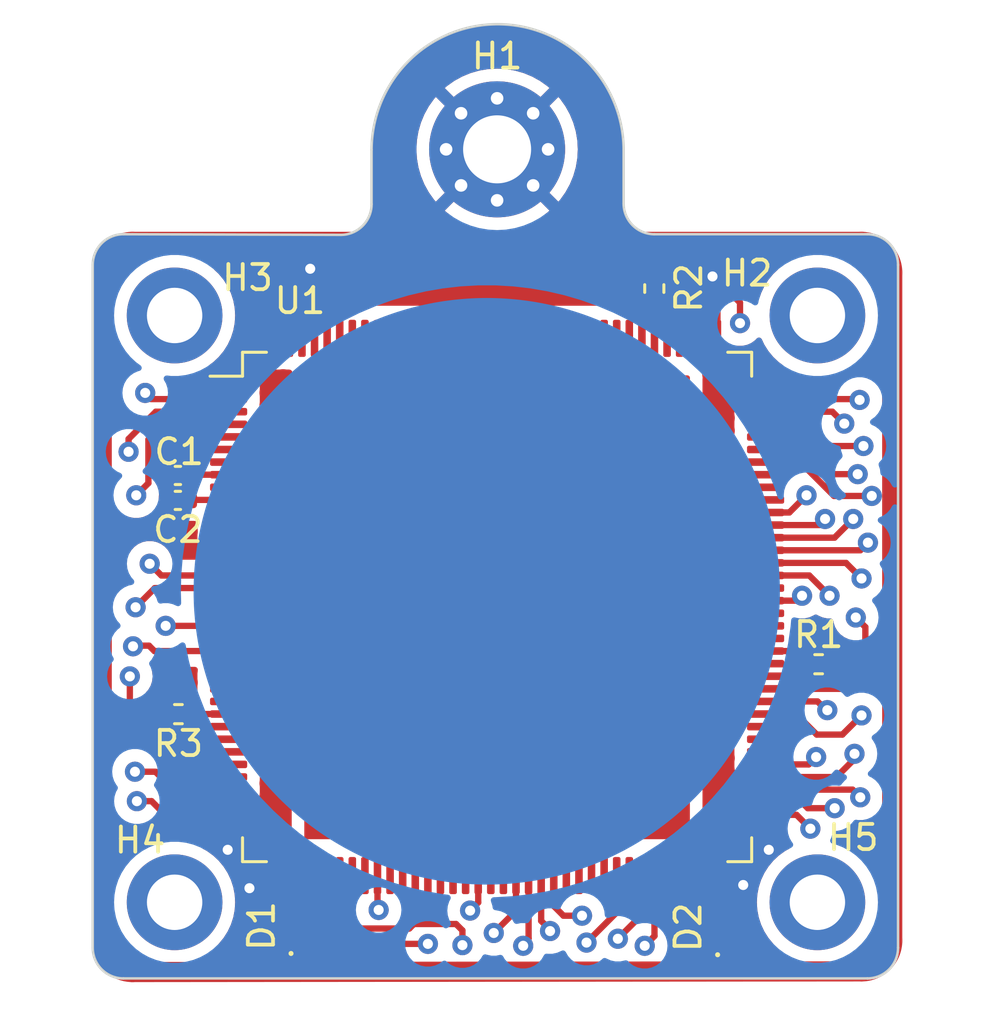
<source format=kicad_pcb>
(kicad_pcb (version 20221018) (generator pcbnew)
  (layers (0 "F.Cu" signal) (31 "B.Cu" signal) (34 "B.Paste" user) (35 "F.Paste" user) (36 "B.SilkS" user "B.Silkscreen") (37 "F.SilkS" user "F.Silkscreen") (38 "B.Mask" user) (39 "F.Mask" user) (44 "Edge.Cuts" user))
  (net 0 "")
  (net 1 "GND")
  (net 3 "unconnected-(U1-PD31-Pad2)")
  (net 4 "unconnected-(U1-VDDOUT-Pad3)")
  (net 5 "unconnected-(U1-PE0-Pad4)")
  (net 15 "unconnected-(U1-PC29-Pad16)")
  (net 16 "unconnected-(U1-PC12-Pad17)")
  (net 19 "unconnected-(U1-PB1-Pad20)")
  (net 21 "unconnected-(U1-PA20-Pad22)")
  (net 27 "Net-(U1-VDDCORE-Pad107)")
  (net 28 "Net-(U1-VDDIO-Pad30)")
  (net 32 "unconnected-(U1-PA7-Pad35)")
  (net 33 "unconnected-(U1-PA8-Pad36)")
  (net 36 "unconnected-(U1-PC3-Pad40)")
  (net 37 "unconnected-(U1-PC4-Pad41)")
  (net 39 "Net-(U1-GND-Pad115)")
  (net 40 "unconnected-(U1-PA16-Pad45)")
  (net 47 "unconnected-(U1-PD26-Pad53)")
  (net 50 "unconnected-(U1-PA24-Pad56)")
  (net 51 "unconnected-(U1-PD23-Pad57)")
  (net 52 "unconnected-(U1-PC5-Pad58)")
  (net 53 "unconnected-(U1-PA25-Pad59)")
  (net 58 "unconnected-(U1-PD20-Pad65)")
  (net 59 "unconnected-(U1-PA10-Pad66)")
  (net 60 "unconnected-(U1-PD19-Pad67)")
  (net 65 "unconnected-(U1-PD17-Pad74)")
  (net 66 "unconnected-(U1-PA9-Pad75)")
  (net 67 "unconnected-(U1-PC28-Pad76)")
  (net 68 "unconnected-(U1-PA4-Pad77)")
  (net 69 "unconnected-(U1-PD16-Pad78)")
  (net 71 "unconnected-(U1-PC8-Pad82)")
  (net 72 "unconnected-(U1-NRST-Pad83)")
  (net 73 "unconnected-(U1-PD14-Pad84)")
  (net 79 "unconnected-(U1-PA3-Pad91)")
  (net 81 "unconnected-(U1-PA2-Pad93)")
  (net 82 "unconnected-(U1-PC11-Pad94)")
  (net 83 "unconnected-(U1-PC14-Pad97)")
  (net 84 "unconnected-(U1-PD11-Pad98)")
  (net 89 "unconnected-(U1-PC17-Pad103)")
  (net 90 "unconnected-(U1-JTAGSEL-Pad104)")
  (net 91 "unconnected-(U1-PB4-Pad105)")
  (net 92 "unconnected-(U1-PD15-Pad106)")
  (net 94 "unconnected-(U1-PB5-Pad109)")
  (net 126 "8")
  (net 127 "10")
  (net 128 "38")
  (net 129 "71")
  (net 130 "87")
  (net 131 "114")
  (net 132 "27")
  (footprint "MountingHole:MountingHole_2.2mm_M2_DIN965_Pad" (layer "F.Cu") (at 68.2498 56.134)
    (fp_text reference "H5" (at 1.4224 -2.5654) (layer "F.SilkS"))
    (fp_text value "MountingHole_Pad")
    (pad "1" thru_hole circle (at 0 0) (size 3.8 3.8) (drill 2.2) (layers "*.Cu" "*.Mask"))
  )
  (footprint "Diode_SMD:D_0402_1005Metric" (layer "F.Cu") (at 64.2874 57.127 90)
    (fp_text reference "D2" (at 0 -1.17 90) (layer "F.SilkS"))
    (fp_text value "D")
    (fp_circle (center -1.09 0) (end -1.04 0) (stroke (width 0.1)) (fill none) (layer "F.SilkS"))
    (pad "1" smd roundrect (at -0.485 0 90) (size 0.59 0.64) (layers "F.Cu" "F.Paste" "F.Mask") (net 1 "GND"))
    (pad "2" smd roundrect (at 0.485 0 90) (size 0.59 0.64) (layers "F.Cu" "F.Paste" "F.Mask") (net 129 "71"))
  )
  (footprint "MountingHole:MountingHole_2.7mm_Pad_Via" (layer "F.Cu") (at 55.5299 26.247691)
    (fp_text reference "H1" (at 0 -3.7) (layer "F.SilkS"))
    (fp_text value "MountingHole_Pad")
    (pad "1" thru_hole circle (at -2.025 0) (size 0.8 0.8) (drill 0.5) (layers "*.Cu" "*.Mask") (net 1 "GND"))
    (pad "1" thru_hole circle (at -1.431891 -1.431891) (size 0.8 0.8) (drill 0.5) (layers "*.Cu" "*.Mask") (net 1 "GND"))
    (pad "1" thru_hole circle (at -1.431891 1.431891) (size 0.8 0.8) (drill 0.5) (layers "*.Cu" "*.Mask") (net 1 "GND"))
    (pad "1" thru_hole circle (at 0 -2.025) (size 0.8 0.8) (drill 0.5) (layers "*.Cu" "*.Mask") (net 1 "GND"))
    (pad "1" thru_hole circle (at 0 0) (size 5.4 5.4) (drill 2.7) (layers "*.Cu" "*.Mask") (net 1 "GND"))
    (pad "1" thru_hole circle (at 0 2.025) (size 0.8 0.8) (drill 0.5) (layers "*.Cu" "*.Mask") (net 1 "GND"))
    (pad "1" thru_hole circle (at 1.431891 -1.431891) (size 0.8 0.8) (drill 0.5) (layers "*.Cu" "*.Mask") (net 1 "GND"))
    (pad "1" thru_hole circle (at 1.431891 1.431891) (size 0.8 0.8) (drill 0.5) (layers "*.Cu" "*.Mask") (net 1 "GND"))
    (pad "1" thru_hole circle (at 2.025 0) (size 0.8 0.8) (drill 0.5) (layers "*.Cu" "*.Mask") (net 1 "GND"))
  )
  (footprint "Resistor_SMD:R_0402_1005Metric" (layer "F.Cu") (at 61.7728 31.7734 90)
    (fp_text reference "R2" (at 0.0234 1.3716 90) (layer "F.SilkS"))
    (fp_text value "R")
    (fp_line (start -0.153641 -0.38) (end 0.153641 -0.38) (stroke (width 0.12)) (layer "F.SilkS"))
    (fp_line (start -0.153641 0.38) (end 0.153641 0.38) (stroke (width 0.12)) (layer "F.SilkS"))
    (pad "1" smd roundrect (at -0.51 0 90) (size 0.54 0.64) (layers "F.Cu" "F.Paste" "F.Mask") (net 131 "114"))
    (pad "2" smd roundrect (at 0.51 0 90) (size 0.54 0.64) (layers "F.Cu" "F.Paste" "F.Mask") (net 1 "GND"))
  )
  (footprint "Capacitor_SMD:C_0402_1005Metric" (layer "F.Cu") (at 42.8524 39.1922 180)
    (fp_text reference "C1" (at -0.0482 0.9398) (layer "F.SilkS"))
    (fp_text value "C")
    (fp_line (start -0.107836 -0.36) (end 0.107836 -0.36) (stroke (width 0.12)) (layer "F.SilkS"))
    (fp_line (start -0.107836 0.36) (end 0.107836 0.36) (stroke (width 0.12)) (layer "F.SilkS"))
    (pad "1" smd roundrect (at -0.48 0 180) (size 0.56 0.62) (layers "F.Cu" "F.Paste" "F.Mask") (net 126 "8"))
    (pad "2" smd roundrect (at 0.48 0 180) (size 0.56 0.62) (layers "F.Cu" "F.Paste" "F.Mask") (net 1 "GND"))
  )
  (footprint "Diode_SMD:D_0402_1005Metric" (layer "F.Cu") (at 47.3456 57.0762 90)
    (fp_text reference "D1" (at 0 -1.17 90) (layer "F.SilkS"))
    (fp_text value "D")
    (fp_circle (center -1.09 0) (end -1.04 0) (stroke (width 0.1)) (fill none) (layer "F.SilkS"))
    (pad "1" smd roundrect (at -0.485 0 90) (size 0.59 0.64) (layers "F.Cu" "F.Paste" "F.Mask") (net 1 "GND"))
    (pad "2" smd roundrect (at 0.485 0 90) (size 0.59 0.64) (layers "F.Cu" "F.Paste" "F.Mask") (net 128 "38"))
  )
  (footprint "inventrix_merch_Library:inventrix_logo_small_2" (layer "F.Cu") (at 55.7204 44.4122)
    (fp_text reference "G***" hide)
    (fp_text value "LOGO" hide)
    (fp_rect (start -7.747 -9.0932) (end 7.366 9.1186) (stroke (width 0.2)) (fill solid) (layer "F.Cu"))
  )
  (footprint "Resistor_SMD:R_0402_1005Metric" (layer "F.Cu") (at 68.2986 46.6852)
    (fp_text reference "R1" (at 0 -1.17) (layer "F.SilkS"))
    (fp_text value "R")
    (fp_line (start -0.153641 -0.38) (end 0.153641 -0.38) (stroke (width 0.12)) (layer "F.SilkS"))
    (fp_line (start -0.153641 0.38) (end 0.153641 0.38) (stroke (width 0.12)) (layer "F.SilkS"))
    (pad "1" smd roundrect (at -0.51 0) (size 0.54 0.64) (layers "F.Cu" "F.Paste" "F.Mask") (net 130 "87"))
    (pad "2" smd roundrect (at 0.51 0) (size 0.54 0.64) (layers "F.Cu" "F.Paste" "F.Mask") (net 1 "GND"))
  )
  (footprint "Capacitor_SMD:C_0402_1005Metric" (layer "F.Cu") (at 42.8524 40.1828 180)
    (fp_text reference "C2" (at 0 -1.16) (layer "F.SilkS"))
    (fp_text value "C")
    (fp_line (start -0.107836 -0.36) (end 0.107836 -0.36) (stroke (width 0.12)) (layer "F.SilkS"))
    (fp_line (start -0.107836 0.36) (end 0.107836 0.36) (stroke (width 0.12)) (layer "F.SilkS"))
    (pad "1" smd roundrect (at -0.48 0 180) (size 0.56 0.62) (layers "F.Cu" "F.Paste" "F.Mask") (net 127 "10"))
    (pad "2" smd roundrect (at 0.48 0 180) (size 0.56 0.62) (layers "F.Cu" "F.Paste" "F.Mask") (net 1 "GND"))
  )
  (footprint "MountingHole:MountingHole_2.2mm_M2_DIN965_Pad" (layer "F.Cu") (at 42.7228 56.134)
    (fp_text reference "H4" (at -1.3716 -2.4638) (layer "F.SilkS"))
    (fp_text value "MountingHole_Pad")
    (pad "1" thru_hole circle (at 0 0) (size 3.8 3.8) (drill 2.2) (layers "*.Cu" "*.Mask"))
  )
  (footprint "Resistor_SMD:R_0402_1005Metric" (layer "F.Cu") (at 42.8732 48.6664 180)
    (fp_text reference "R3" (at 0 -1.17 180) (layer "F.SilkS"))
    (fp_text value "R")
    (fp_line (start -0.153641 -0.38) (end 0.153641 -0.38) (stroke (width 0.12)) (layer "F.SilkS"))
    (fp_line (start -0.153641 0.38) (end 0.153641 0.38) (stroke (width 0.12)) (layer "F.SilkS"))
    (pad "1" smd roundrect (at -0.51 0 180) (size 0.54 0.64) (layers "F.Cu" "F.Paste" "F.Mask") (net 132 "27"))
    (pad "2" smd roundrect (at 0.51 0 180) (size 0.54 0.64) (layers "F.Cu" "F.Paste" "F.Mask") (net 1 "GND"))
  )
  (footprint "Package_QFP:LQFP-144_20x20mm_P0.5mm" (layer "F.Cu") (at 55.5299 44.4122)
    (fp_text reference "U1" (at -7.8287 -12.1542) (layer "F.SilkS"))
    (fp_text value "ATSAME70Q21A-AN")
    (fp_line (start -10.11 -10.11) (end -10.11 -9.16) (stroke (width 0.12)) (layer "F.SilkS"))
    (fp_line (start -10.11 -9.16) (end -11.4 -9.16) (stroke (width 0.12)) (layer "F.SilkS"))
    (fp_line (start -10.11 10.11) (end -10.11 9.16) (stroke (width 0.12)) (layer "F.SilkS"))
    (fp_line (start -9.16 -10.11) (end -10.11 -10.11) (stroke (width 0.12)) (layer "F.SilkS"))
    (fp_line (start -9.16 10.11) (end -10.11 10.11) (stroke (width 0.12)) (layer "F.SilkS"))
    (fp_line (start 9.16 -10.11) (end 10.11 -10.11) (stroke (width 0.12)) (layer "F.SilkS"))
    (fp_line (start 9.16 10.11) (end 10.11 10.11) (stroke (width 0.12)) (layer "F.SilkS"))
    (fp_line (start 10.11 -10.11) (end 10.11 -9.16) (stroke (width 0.12)) (layer "F.SilkS"))
    (fp_line (start 10.11 10.11) (end 10.11 9.16) (stroke (width 0.12)) (layer "F.SilkS"))
    (pad "1" smd roundrect (at -10.6625 -8.75) (size 1.475 0.3) (layers "F.Cu" "F.Paste" "F.Mask"))
    (pad "2" smd roundrect (at -10.6625 -8.25) (size 1.475 0.3) (layers "F.Cu" "F.Paste" "F.Mask") (net 3 "unconnected-(U1-PD31-Pad2)"))
    (pad "3" smd roundrect (at -10.6625 -7.75) (size 1.475 0.3) (layers "F.Cu" "F.Paste" "F.Mask") (net 4 "unconnected-(U1-VDDOUT-Pad3)"))
    (pad "4" smd roundrect (at -10.6625 -7.25) (size 1.475 0.3) (layers "F.Cu" "F.Paste" "F.Mask") (net 5 "unconnected-(U1-PE0-Pad4)"))
    (pad "5" smd roundrect (at -10.6625 -6.75) (size 1.475 0.3) (layers "F.Cu" "F.Paste" "F.Mask"))
    (pad "6" smd roundrect (at -10.6625 -6.25) (size 1.475 0.3) (layers "F.Cu" "F.Paste" "F.Mask"))
    (pad "7" smd roundrect (at -10.6625 -5.75) (size 1.475 0.3) (layers "F.Cu" "F.Paste" "F.Mask"))
    (pad "8" smd roundrect (at -10.6625 -5.25) (size 1.475 0.3) (layers "F.Cu" "F.Paste" "F.Mask") (net 126 "8"))
    (pad "9" smd roundrect (at -10.6625 -4.75) (size 1.475 0.3) (layers "F.Cu" "F.Paste" "F.Mask"))
    (pad "10" smd roundrect (at -10.6625 -4.25) (size 1.475 0.3) (layers "F.Cu" "F.Paste" "F.Mask") (net 127 "10"))
    (pad "11" smd roundrect (at -10.6625 -3.75) (size 1.475 0.3) (layers "F.Cu" "F.Paste" "F.Mask"))
    (pad "12" smd roundrect (at -10.6625 -3.25) (size 1.475 0.3) (layers "F.Cu" "F.Paste" "F.Mask"))
    (pad "13" smd roundrect (at -10.6625 -2.75) (size 1.475 0.3) (layers "F.Cu" "F.Paste" "F.Mask"))
    (pad "14" smd roundrect (at -10.6625 -2.25) (size 1.475 0.3) (layers "F.Cu" "F.Paste" "F.Mask"))
    (pad "15" smd roundrect (at -10.6625 -1.75) (size 1.475 0.3) (layers "F.Cu" "F.Paste" "F.Mask"))
    (pad "16" smd roundrect (at -10.6625 -1.25) (size 1.475 0.3) (layers "F.Cu" "F.Paste" "F.Mask") (net 15 "unconnected-(U1-PC29-Pad16)"))
    (pad "17" smd roundrect (at -10.6625 -0.75) (size 1.475 0.3) (layers "F.Cu" "F.Paste" "F.Mask") (net 16 "unconnected-(U1-PC12-Pad17)"))
    (pad "18" smd roundrect (at -10.6625 -0.25) (size 1.475 0.3) (layers "F.Cu" "F.Paste" "F.Mask"))
    (pad "19" smd roundrect (at -10.6625 0.25) (size 1.475 0.3) (layers "F.Cu" "F.Paste" "F.Mask"))
    (pad "20" smd roundrect (at -10.6625 0.75) (size 1.475 0.3) (layers "F.Cu" "F.Paste" "F.Mask") (net 19 "unconnected-(U1-PB1-Pad20)"))
    (pad "21" smd roundrect (at -10.6625 1.25) (size 1.475 0.3) (layers "F.Cu" "F.Paste" "F.Mask"))
    (pad "22" smd roundrect (at -10.6625 1.75) (size 1.475 0.3) (layers "F.Cu" "F.Paste" "F.Mask") (net 21 "unconnected-(U1-PA20-Pad22)"))
    (pad "23" smd roundrect (at -10.6625 2.25) (size 1.475 0.3) (layers "F.Cu" "F.Paste" "F.Mask"))
    (pad "24" smd roundrect (at -10.6625 2.75) (size 1.475 0.3) (layers "F.Cu" "F.Paste" "F.Mask"))
    (pad "25" smd roundrect (at -10.6625 3.25) (size 1.475 0.3) (layers "F.Cu" "F.Paste" "F.Mask"))
    (pad "26" smd roundrect (at -10.6625 3.75) (size 1.475 0.3) (layers "F.Cu" "F.Paste" "F.Mask"))
    (pad "27" smd roundrect (at -10.6625 4.25) (size 1.475 0.3) (layers "F.Cu" "F.Paste" "F.Mask") (net 132 "27"))
    (pad "28" smd roundrect (at -10.6625 4.75) (size 1.475 0.3) (layers "F.Cu" "F.Paste" "F.Mask"))
    (pad "29" smd roundrect (at -10.6625 5.25) (size 1.475 0.3) (layers "F.Cu" "F.Paste" "F.Mask") (net 27 "Net-(U1-VDDCORE-Pad107)"))
    (pad "30" smd roundrect (at -10.6625 5.75) (size 1.475 0.3) (layers "F.Cu" "F.Paste" "F.Mask") (net 28 "Net-(U1-VDDIO-Pad30)"))
    (pad "31" smd roundrect (at -10.6625 6.25) (size 1.475 0.3) (layers "F.Cu" "F.Paste" "F.Mask"))
    (pad "32" smd roundrect (at -10.6625 6.75) (size 1.475 0.3) (layers "F.Cu" "F.Paste" "F.Mask"))
    (pad "33" smd roundrect (at -10.6625 7.25) (size 1.475 0.3) (layers "F.Cu" "F.Paste" "F.Mask") (net 27 "Net-(U1-VDDCORE-Pad107)"))
    (pad "34" smd roundrect (at -10.6625 7.75) (size 1.475 0.3) (layers "F.Cu" "F.Paste" "F.Mask"))
    (pad "35" smd roundrect (at -10.6625 8.25) (size 1.475 0.3) (layers "F.Cu" "F.Paste" "F.Mask") (net 32 "unconnected-(U1-PA7-Pad35)"))
    (pad "36" smd roundrect (at -10.6625 8.75) (size 1.475 0.3) (layers "F.Cu" "F.Paste" "F.Mask") (net 33 "unconnected-(U1-PA8-Pad36)"))
    (pad "37" smd roundrect (at -8.75 10.6625) (size 0.3 1.475) (layers "F.Cu" "F.Paste" "F.Mask"))
    (pad "38" smd roundrect (at -8.25 10.6625) (size 0.3 1.475) (layers "F.Cu" "F.Paste" "F.Mask") (net 128 "38"))
    (pad "39" smd roundrect (at -7.75 10.6625) (size 0.3 1.475) (layers "F.Cu" "F.Paste" "F.Mask"))
    (pad "40" smd roundrect (at -7.25 10.6625) (size 0.3 1.475) (layers "F.Cu" "F.Paste" "F.Mask") (net 36 "unconnected-(U1-PC3-Pad40)"))
    (pad "41" smd roundrect (at -6.75 10.6625) (size 0.3 1.475) (layers "F.Cu" "F.Paste" "F.Mask") (net 37 "unconnected-(U1-PC4-Pad41)"))
    (pad "42" smd roundrect (at -6.25 10.6625) (size 0.3 1.475) (layers "F.Cu" "F.Paste" "F.Mask"))
    (pad "43" smd roundrect (at -5.75 10.6625) (size 0.3 1.475) (layers "F.Cu" "F.Paste" "F.Mask") (net 28 "Net-(U1-VDDIO-Pad30)"))
    (pad "44" smd roundrect (at -5.25 10.6625) (size 0.3 1.475) (layers "F.Cu" "F.Paste" "F.Mask") (net 39 "Net-(U1-GND-Pad115)"))
    (pad "45" smd roundrect (at -4.75 10.6625) (size 0.3 1.475) (layers "F.Cu" "F.Paste" "F.Mask") (net 40 "unconnected-(U1-PA16-Pad45)"))
    (pad "46" smd roundrect (at -4.25 10.6625) (size 0.3 1.475) (layers "F.Cu" "F.Paste" "F.Mask"))
    (pad "47" smd roundrect (at -3.75 10.6625) (size 0.3 1.475) (layers "F.Cu" "F.Paste" "F.Mask"))
    (pad "48" smd roundrect (at -3.25 10.6625) (size 0.3 1.475) (layers "F.Cu" "F.Paste" "F.Mask"))
    (pad "49" smd roundrect (at -2.75 10.6625) (size 0.3 1.475) (layers "F.Cu" "F.Paste" "F.Mask"))
    (pad "50" smd roundrect (at -2.25 10.6625) (size 0.3 1.475) (layers "F.Cu" "F.Paste" "F.Mask") (net 27 "Net-(U1-VDDCORE-Pad107)"))
    (pad "51" smd roundrect (at -1.75 10.6625) (size 0.3 1.475) (layers "F.Cu" "F.Paste" "F.Mask"))
    (pad "52" smd roundrect (at -1.25 10.6625) (size 0.3 1.475) (layers "F.Cu" "F.Paste" "F.Mask"))
    (pad "53" smd roundrect (at -0.75 10.6625) (size 0.3 1.475) (layers "F.Cu" "F.Paste" "F.Mask") (net 47 "unconnected-(U1-PD26-Pad53)"))
    (pad "54" smd roundrect (at -0.25 10.6625) (size 0.3 1.475) (layers "F.Cu" "F.Paste" "F.Mask"))
    (pad "55" smd roundrect (at 0.25 10.6625) (size 0.3 1.475) (layers "F.Cu" "F.Paste" "F.Mask"))
    (pad "56" smd roundrect (at 0.75 10.6625) (size 0.3 1.475) (layers "F.Cu" "F.Paste" "F.Mask") (net 50 "unconnected-(U1-PA24-Pad56)"))
    (pad "57" smd roundrect (at 1.25 10.6625) (size 0.3 1.475) (layers "F.Cu" "F.Paste" "F.Mask") (net 51 "unconnected-(U1-PD23-Pad57)"))
    (pad "58" smd roundrect (at 1.75 10.6625) (size 0.3 1.475) (layers "F.Cu" "F.Paste" "F.Mask") (net 52 "unconnected-(U1-PC5-Pad58)"))
    (pad "59" smd roundrect (at 2.25 10.6625) (size 0.3 1.475) (layers "F.Cu" "F.Paste" "F.Mask") (net 53 "unconnected-(U1-PA25-Pad59)"))
    (pad "60" smd roundrect (at 2.75 10.6625) (size 0.3 1.475) (layers "F.Cu" "F.Paste" "F.Mask"))
    (pad "61" smd roundrect (at 3.25 10.6625) (size 0.3 1.475) (layers "F.Cu" "F.Paste" "F.Mask") (net 39 "Net-(U1-GND-Pad115)"))
    (pad "62" smd roundrect (at 3.75 10.6625) (size 0.3 1.475) (layers "F.Cu" "F.Paste" "F.Mask"))
    (pad "63" smd roundrect (at 4.25 10.6625) (size 0.3 1.475) (layers "F.Cu" "F.Paste" "F.Mask"))
    (pad "64" smd roundrect (at 4.75 10.6625) (size 0.3 1.475) (layers "F.Cu" "F.Paste" "F.Mask"))
    (pad "65" smd roundrect (at 5.25 10.6625) (size 0.3 1.475) (layers "F.Cu" "F.Paste" "F.Mask") (net 58 "unconnected-(U1-PD20-Pad65)"))
    (pad "66" smd roundrect (at 5.75 10.6625) (size 0.3 1.475) (layers "F.Cu" "F.Paste" "F.Mask") (net 59 "unconnected-(U1-PA10-Pad66)"))
    (pad "67" smd roundrect (at 6.25 10.6625) (size 0.3 1.475) (layers "F.Cu" "F.Paste" "F.Mask") (net 60 "unconnected-(U1-PD19-Pad67)"))
    (pad "68" smd roundrect (at 6.75 10.6625) (size 0.3 1.475) (layers "F.Cu" "F.Paste" "F.Mask"))
    (pad "69" smd roundrect (at 7.25 10.6625) (size 0.3 1.475) (layers "F.Cu" "F.Paste" "F.Mask"))
    (pad "70" smd roundrect (at 7.75 10.6625) (size 0.3 1.475) (layers "F.Cu" "F.Paste" "F.Mask"))
    (pad "71" smd roundrect (at 8.25 10.6625) (size 0.3 1.475) (layers "F.Cu" "F.Paste" "F.Mask") (net 129 "71"))
    (pad "72" smd roundrect (at 8.75 10.6625) (size 0.3 1.475) (layers "F.Cu" "F.Paste" "F.Mask") (net 28 "Net-(U1-VDDIO-Pad30)"))
    (pad "73" smd roundrect (at 10.6625 8.75) (size 1.475 0.3) (layers "F.Cu" "F.Paste" "F.Mask"))
    (pad "74" smd roundrect (at 10.6625 8.25) (size 1.475 0.3) (layers "F.Cu" "F.Paste" "F.Mask") (net 65 "unconnected-(U1-PD17-Pad74)"))
    (pad "75" smd roundrect (at 10.6625 7.75) (size 1.475 0.3) (layers "F.Cu" "F.Paste" "F.Mask") (net 66 "unconnected-(U1-PA9-Pad75)"))
    (pad "76" smd roundrect (at 10.6625 7.25) (size 1.475 0.3) (layers "F.Cu" "F.Paste" "F.Mask") (net 67 "unconnected-(U1-PC28-Pad76)"))
    (pad "77" smd roundrect (at 10.6625 6.75) (size 1.475 0.3) (layers "F.Cu" "F.Paste" "F.Mask") (net 68 "unconnected-(U1-PA4-Pad77)"))
    (pad "78" smd roundrect (at 10.6625 6.25) (size 1.475 0.3) (layers "F.Cu" "F.Paste" "F.Mask") (net 69 "unconnected-(U1-PD16-Pad78)"))
    (pad "79" smd roundrect (at 10.6625 5.75) (size 1.475 0.3) (layers "F.Cu" "F.Paste" "F.Mask"))
    (pad "80" smd roundrect (at 10.6625 5.25) (size 1.475 0.3) (layers "F.Cu" "F.Paste" "F.Mask") (net 28 "Net-(U1-VDDIO-Pad30)"))
    (pad "81" smd roundrect (at 10.6625 4.75) (size 1.475 0.3) (layers "F.Cu" "F.Paste" "F.Mask") (net 27 "Net-(U1-VDDCORE-Pad107)"))
    (pad "82" smd roundrect (at 10.6625 4.25) (size 1.475 0.3) (layers "F.Cu" "F.Paste" "F.Mask") (net 71 "unconnected-(U1-PC8-Pad82)"))
    (pad "83" smd roundrect (at 10.6625 3.75) (size 1.475 0.3) (layers "F.Cu" "F.Paste" "F.Mask") (net 72 "unconnected-(U1-NRST-Pad83)"))
    (pad "84" smd roundrect (at 10.6625 3.25) (size 1.475 0.3) (layers "F.Cu" "F.Paste" "F.Mask") (net 73 "unconnected-(U1-PD14-Pad84)"))
    (pad "85" smd roundrect (at 10.6625 2.75) (size 1.475 0.3) (layers "F.Cu" "F.Paste" "F.Mask"))
    (pad "86" smd roundrect (at 10.6625 2.25) (size 1.475 0.3) (layers "F.Cu" "F.Paste" "F.Mask"))
    (pad "87" smd roundrect (at 10.6625 1.75) (size 1.475 0.3) (layers "F.Cu" "F.Paste" "F.Mask") (net 130 "87"))
    (pad "88" smd roundrect (at 10.6625 1.25) (size 1.475 0.3) (layers "F.Cu" "F.Paste" "F.Mask"))
    (pad "89" smd roundrect (at 10.6625 0.75) (size 1.475 0.3) (layers "F.Cu" "F.Paste" "F.Mask"))
    (pad "90" smd roundrect (at 10.6625 0.25) (size 1.475 0.3) (layers "F.Cu" "F.Paste" "F.Mask"))
    (pad "91" smd roundrect (at 10.6625 -0.25) (size 1.475 0.3) (layers "F.Cu" "F.Paste" "F.Mask") (net 79 "unconnected-(U1-PA3-Pad91)"))
    (pad "92" smd roundrect (at 10.6625 -0.75) (size 1.475 0.3) (layers "F.Cu" "F.Paste" "F.Mask"))
    (pad "93" smd roundrect (at 10.6625 -1.25) (size 1.475 0.3) (layers "F.Cu" "F.Paste" "F.Mask") (net 81 "unconnected-(U1-PA2-Pad93)"))
    (pad "94" smd roundrect (at 10.6625 -1.75) (size 1.475 0.3) (layers "F.Cu" "F.Paste" "F.Mask") (net 82 "unconnected-(U1-PC11-Pad94)"))
    (pad "95" smd roundrect (at 10.6625 -2.25) (size 1.475 0.3) (layers "F.Cu" "F.Paste" "F.Mask") (net 39 "Net-(U1-GND-Pad115)"))
    (pad "96" smd roundrect (at 10.6625 -2.75) (size 1.475 0.3) (layers "F.Cu" "F.Paste" "F.Mask") (net 28 "Net-(U1-VDDIO-Pad30)"))
    (pad "97" smd roundrect (at 10.6625 -3.25) (size 1.475 0.3) (layers "F.Cu" "F.Paste" "F.Mask") (net 83 "unconnected-(U1-PC14-Pad97)"))
    (pad "98" smd roundrect (at 10.6625 -3.75) (size 1.475 0.3) (layers "F.Cu" "F.Paste" "F.Mask") (net 84 "unconnected-(U1-PD11-Pad98)"))
    (pad "99" smd roundrect (at 10.6625 -4.25) (size 1.475 0.3) (layers "F.Cu" "F.Paste" "F.Mask"))
    (pad "100" smd roundrect (at 10.6625 -4.75) (size 1.475 0.3) (layers "F.Cu" "F.Paste" "F.Mask"))
    (pad "101" smd roundrect (at 10.6625 -5.25) (size 1.475 0.3) (layers "F.Cu" "F.Paste" "F.Mask"))
    (pad "102" smd roundrect (at 10.6625 -5.75) (size 1.475 0.3) (layers "F.Cu" "F.Paste" "F.Mask"))
    (pad "103" smd roundrect (at 10.6625 -6.25) (size 1.475 0.3) (layers "F.Cu" "F.Paste" "F.Mask") (net 89 "unconnected-(U1-PC17-Pad103)"))
    (pad "104" smd roundrect (at 10.6625 -6.75) (size 1.475 0.3) (layers "F.Cu" "F.Paste" "F.Mask") (net 90 "unconnected-(U1-JTAGSEL-Pad104)"))
    (pad "105" smd roundrect (at 10.6625 -7.25) (size 1.475 0.3) (layers "F.Cu" "F.Paste" "F.Mask") (net 91 "unconnected-(U1-PB4-Pad105)"))
    (pad "106" smd roundrect (at 10.6625 -7.75) (size 1.475 0.3) (layers "F.Cu" "F.Paste" "F.Mask") (net 92 "unconnected-(U1-PD15-Pad106)"))
    (pad "107" smd roundrect (at 10.6625 -8.25) (size 1.475 0.3) (layers "F.Cu" "F.Paste" "F.Mask") (net 27 "Net-(U1-VDDCORE-Pad107)"))
    (pad "108" smd roundrect (at 10.6625 -8.75) (size 1.475 0.3) (layers "F.Cu" "F.Paste" "F.Mask"))
    (pad "109" smd roundrect (at 8.75 -10.6625) (size 0.3 1.475) (layers "F.Cu" "F.Paste" "F.Mask") (net 94 "unconnected-(U1-PB5-Pad109)"))
    (pad "110" smd roundrect (at 8.25 -10.6625) (size 0.3 1.475) (layers "F.Cu" "F.Paste" "F.Mask"))
    (pad "111" smd roundrect (at 7.75 -10.6625) (size 0.3 1.475) (layers "F.Cu" "F.Paste" "F.Mask"))
    (pad "112" smd roundrect (at 7.25 -10.6625) (size 0.3 1.475) (layers "F.Cu" "F.Paste" "F.Mask"))
    (pad "113" smd roundrect (at 6.75 -10.6625) (size 0.3 1.475) (layers "F.Cu" "F.Paste" "F.Mask"))
    (pad "114" smd roundrect (at 6.25 -10.6625) (size 0.3 1.475) (layers "F.Cu" "F.Paste" "F.Mask") (net 131 "114"))
    (pad "115" smd roundrect (at 5.75 -10.6625) (size 0.3 1.475) (layers "F.Cu" "F.Paste" "F.Mask") (net 39 "Net-(U1-GND-Pad115)"))
    (pad "116" smd roundrect (at 5.25 -10.6625) (size 0.3 1.475) (layers "F.Cu" "F.Paste" "F.Mask"))
    (pad "117" smd roundrect (at 4.75 -10.6625) (size 0.3 1.475) (layers "F.Cu" "F.Paste" "F.Mask"))
    (pad "118" smd roundrect (at 4.25 -10.6625) (size 0.3 1.475) (layers "F.Cu" "F.Paste" "F.Mask"))
    (pad "119" smd roundrect (at 3.75 -10.6625) (size 0.3 1.475) (layers "F.Cu" "F.Paste" "F.Mask"))
    (pad "120" smd roundrect (at 3.25 -10.6625) (size 0.3 1.475) (layers "F.Cu" "F.Paste" "F.Mask"))
    (pad "121" smd roundrect (at 2.75 -10.6625) (size 0.3 1.475) (layers "F.Cu" "F.Paste" "F.Mask"))
    (pad "122" smd roundrect (at 2.25 -10.6625) (size 0.3 1.475) (layers "F.Cu" "F.Paste" "F.Mask"))
    (pad "123" smd roundrect (at 1.75 -10.6625) (size 0.3 1.475) (layers "F.Cu" "F.Paste" "F.Mask"))
    (pad "124" smd roundrect (at 1.25 -10.6625) (size 0.3 1.475) (layers "F.Cu" "F.Paste" "F.Mask"))
    (pad "125" smd roundrect (at 0.75 -10.6625) (size 0.3 1.475) (layers "F.Cu" "F.Paste" "F.Mask"))
    (pad "126" smd roundrect (at 0.25 -10.6625) (size 0.3 1.475) (layers "F.Cu" "F.Paste" "F.Mask"))
    (pad "127" smd roundrect (at -0.25 -10.6625) (size 0.3 1.475) (layers "F.Cu" "F.Paste" "F.Mask"))
    (pad "128" smd roundrect (at -0.75 -10.6625) (size 0.3 1.475) (layers "F.Cu" "F.Paste" "F.Mask"))
    (pad "129" smd roundrect (at -1.25 -10.6625) (size 0.3 1.475) (layers "F.Cu" "F.Paste" "F.Mask"))
    (pad "130" smd roundrect (at -1.75 -10.6625) (size 0.3 1.475) (layers "F.Cu" "F.Paste" "F.Mask"))
    (pad "131" smd roundrect (at -2.25 -10.6625) (size 0.3 1.475) (layers "F.Cu" "F.Paste" "F.Mask"))
    (pad "132" smd roundrect (at -2.75 -10.6625) (size 0.3 1.475) (layers "F.Cu" "F.Paste" "F.Mask"))
    (pad "133" smd roundrect (at -3.25 -10.6625) (size 0.3 1.475) (layers "F.Cu" "F.Paste" "F.Mask"))
    (pad "134" smd roundrect (at -3.75 -10.6625) (size 0.3 1.475) (layers "F.Cu" "F.Paste" "F.Mask"))
    (pad "135" smd roundrect (at -4.25 -10.6625) (size 0.3 1.475) (layers "F.Cu" "F.Paste" "F.Mask") (net 39 "Net-(U1-GND-Pad115)"))
    (pad "136" smd roundrect (at -4.75 -10.6625) (size 0.3 1.475) (layers "F.Cu" "F.Paste" "F.Mask"))
    (pad "137" smd roundrect (at -5.25 -10.6625) (size 0.3 1.475) (layers "F.Cu" "F.Paste" "F.Mask"))
    (pad "138" smd roundrect (at -5.75 -10.6625) (size 0.3 1.475) (layers "F.Cu" "F.Paste" "F.Mask") (net 39 "Net-(U1-GND-Pad115)"))
    (pad "139" smd roundrect (at -6.25 -10.6625) (size 0.3 1.475) (layers "F.Cu" "F.Paste" "F.Mask"))
    (pad "140" smd roundrect (at -6.75 -10.6625) (size 0.3 1.475) (layers "F.Cu" "F.Paste" "F.Mask"))
    (pad "141" smd roundrect (at -7.25 -10.6625) (size 0.3 1.475) (layers "F.Cu" "F.Paste" "F.Mask"))
    (pad "142" smd roundrect (at -7.75 -10.6625) (size 0.3 1.475) (layers "F.Cu" "F.Paste" "F.Mask"))
    (pad "143" smd roundrect (at -8.25 -10.6625) (size 0.3 1.475) (layers "F.Cu" "F.Paste" "F.Mask"))
    (pad "144" smd roundrect (at -8.75 -10.6625) (size 0.3 1.475) (layers "F.Cu" "F.Paste" "F.Mask"))
  )
  (footprint "MountingHole:MountingHole_2.2mm_M2_DIN965_Pad" (layer "F.Cu") (at 68.2498 32.8422)
    (fp_text reference "H2" (at -2.794 -1.6764) (layer "F.SilkS"))
    (fp_text value "MountingHole_Pad")
    (pad "1" thru_hole circle (at 0 0) (size 3.8 3.8) (drill 2.2) (layers "*.Cu" "*.Mask"))
  )
  (footprint "MountingHole:MountingHole_2.2mm_M2_DIN965_Pad" (layer "F.Cu") (at 42.7228 32.8422)
    (fp_text reference "H3" (at 2.8956 -1.4986) (layer "F.SilkS"))
    (fp_text value "MountingHole_Pad")
    (pad "1" thru_hole circle (at 0 0) (size 3.8 3.8) (drill 2.2) (layers "*.Cu" "*.Mask"))
  )
  (footprint "inventrix_merch_Library:ITB_logo_copper_back" (layer "F.Cu") (at 55.118 43.7896)
    (fp_text reference "G***" hide)
    (fp_text value "LOGO" hide)
    (fp_circle (center 0 0) (end 11.541694 0) (stroke (width 0.2)) (fill solid) (layer "B.Cu"))
  )
  (gr_line (start 41.0464 58.9026) (end 70.0024 58.8772) (stroke (width 0.8)) (layer "F.Cu"))
  (gr_arc (start 39.8272 31.1404) (mid 40.184295 30.278295) (end 41.0464 29.9212) (stroke (width 0.8)) (layer "F.Cu"))
  (gr_line (start 39.8272 31.1404) (end 39.8272 57.6834) (stroke (width 0.8)) (layer "F.Cu"))
  (gr_line (start 71.2216 57.658) (end 71.2216 31.1404) (stroke (width 0.8)) (layer "F.Cu"))
  (gr_arc (start 41.0464 58.9026) (mid 40.184295 58.545505) (end 39.8272 57.6834) (stroke (width 0.8)) (layer "F.Cu"))
  (gr_arc (start 71.2216 57.658) (mid 70.864505 58.520105) (end 70.0024 58.8772) (stroke (width 0.8)) (layer "F.Cu"))
  (gr_rect (start 50.1142 31.0134) (end 60.6298 32.0548) (stroke (width 0.8)) (fill solid) (layer "F.Cu"))
  (gr_line (start 70.0024 29.9212) (end 41.0464 29.9212) (stroke (width 0.8)) (layer "F.Cu"))
  (gr_arc (start 70.0024 29.9212) (mid 70.864505 30.278295) (end 71.2216 31.1404) (stroke (width 0.8)) (layer "F.Cu"))
  (gr_line (start 39.4716 57.9374) (end 39.4716 30.8356) (stroke (width 0.1)) (layer "Edge.Cuts"))
  (gr_arc (start 39.4716 30.8356) (mid 39.828695 29.973495) (end 40.6908 29.6164) (stroke (width 0.1)) (layer "Edge.Cuts"))
  (gr_arc (start 40.6908 59.1566) (mid 39.828695 58.799505) (end 39.4716 57.9374) (stroke (width 0.1)) (layer "Edge.Cuts"))
  (gr_line (start 60.553857 26.2636) (end 60.5536 28.3972) (stroke (width 0.1)) (layer "Edge.Cuts"))
  (gr_line (start 50.546 28.4226) (end 50.545743 26.2636) (stroke (width 0.1)) (layer "Edge.Cuts"))
  (gr_arc (start 61.7728 29.6164) (mid 60.910695 29.259305) (end 60.5536 28.3972) (stroke (width 0.1)) (layer "Edge.Cuts"))
  (gr_line (start 71.45319 57.9374) (end 71.45319 30.8356) (stroke (width 0.1)) (layer "Edge.Cuts"))
  (gr_arc (start 70.23399 29.6164) (mid 71.096095 29.973495) (end 71.45319 30.8356) (stroke (width 0.1)) (layer "Edge.Cuts"))
  (gr_arc (start 50.546 28.4226) (mid 50.188905 29.284705) (end 49.3268 29.6418) (stroke (width 0.1)) (layer "Edge.Cuts"))
  (gr_arc (start 50.545743 26.2636) (mid 55.5498 21.259543) (end 60.553857 26.2636) (stroke (width 0.1)) (layer "Edge.Cuts"))
  (gr_line (start 49.3268 29.6418) (end 40.6908 29.6164) (stroke (width 0.1)) (layer "Edge.Cuts"))
  (gr_arc (start 71.45319 57.9374) (mid 71.096095 58.799505) (end 70.23399 59.1566) (stroke (width 0.1)) (layer "Edge.Cuts"))
  (gr_line (start 40.6908 59.1566) (end 70.23399 59.1566) (stroke (width 0.1)) (layer "Edge.Cuts"))
  (gr_line (start 61.7728 29.6164) (end 70.23399 29.6164) (stroke (width 0.1)) (layer "Edge.Cuts"))
  (via (at 45.6946 55.5752) (size 0.8) (drill 0.4) (layers "F.Cu" "B.Cu") (net 1))
  (via (at 64.0842 31.2928) (size 0.8) (drill 0.4) (layers "F.Cu" "B.Cu") (net 1))
  (via (at 66.3194 54.0512) (size 0.8) (drill 0.4) (layers "F.Cu" "B.Cu") (net 1))
  (via (at 65.3034 55.4482) (size 0.8) (drill 0.4) (layers "F.Cu" "B.Cu") (net 1))
  (via (at 48.1076 30.988) (size 0.8) (drill 0.4) (layers "F.Cu" "B.Cu") (net 1))
  (via (at 44.831 54.0512) (size 0.8) (drill 0.4) (layers "F.Cu" "B.Cu") (net 1))
  (segment (start 44.8674 36.1622) (end 41.801 36.1622) (width 0.25) (layer "F.Cu") (net 3))
  (segment (start 41.801 36.1622) (end 41.5544 35.9156) (width 0.25) (layer "F.Cu") (net 3))
  (via (at 41.5544 35.9156) (size 0.8) (drill 0.4) (layers "F.Cu" "B.Cu") (net 3))
  (segment (start 41.9762 36.6622) (end 40.894 37.7444) (width 0.25) (layer "F.Cu") (net 4))
  (segment (start 40.894 37.7444) (end 40.894 38.2524) (width 0.25) (layer "F.Cu") (net 4))
  (segment (start 40.894 38.2524) (end 40.894 38.1762) (width 0.25) (layer "F.Cu") (net 4))
  (segment (start 44.8674 36.6622) (end 41.9762 36.6622) (width 0.25) (layer "F.Cu") (net 4))
  (via (at 40.894 38.2524) (size 0.8) (drill 0.4) (layers "F.Cu" "B.Cu") (net 4))
  (segment (start 44.8674 37.1622) (end 42.289 37.1622) (width 0.25) (layer "F.Cu") (net 5))
  (segment (start 41.6814 39.497) (end 41.1988 39.9796) (width 0.25) (layer "F.Cu") (net 5))
  (segment (start 41.6814 37.7698) (end 41.6814 39.2176) (width 0.25) (layer "F.Cu") (net 5))
  (segment (start 41.6814 39.2176) (end 41.6814 39.497) (width 0.25) (layer "F.Cu") (net 5))
  (segment (start 42.289 37.1622) (end 41.6814 37.7698) (width 0.25) (layer "F.Cu") (net 5))
  (via (at 41.1988 39.9796) (size 0.8) (drill 0.4) (layers "F.Cu" "B.Cu") (net 5))
  (segment (start 42.197 43.1622) (end 41.7322 42.6974) (width 0.25) (layer "F.Cu") (net 15))
  (segment (start 44.8674 43.1622) (end 42.197 43.1622) (width 0.25) (layer "F.Cu") (net 15))
  (via (at 41.7322 42.6974) (size 0.8) (drill 0.4) (layers "F.Cu" "B.Cu") (net 15))
  (segment (start 41.9358 43.6622) (end 41.1734 44.4246) (width 0.25) (layer "F.Cu") (net 16))
  (segment (start 44.8674 43.6622) (end 41.9358 43.6622) (width 0.25) (layer "F.Cu") (net 16))
  (via (at 41.1734 44.4246) (size 0.8) (drill 0.4) (layers "F.Cu" "B.Cu") (net 16))
  (segment (start 42.3682 45.1622) (end 42.3672 45.1612) (width 0.25) (layer "F.Cu") (net 19))
  (segment (start 44.8674 45.1622) (end 42.3682 45.1622) (width 0.25) (layer "F.Cu") (net 19))
  (via (at 42.3672 45.1612) (size 0.8) (drill 0.4) (layers "F.Cu" "B.Cu") (net 19))
  (segment (start 41.9204 46.1622) (end 41.7068 45.9486) (width 0.25) (layer "F.Cu") (net 21))
  (segment (start 44.8674 46.1622) (end 41.9204 46.1622) (width 0.25) (layer "F.Cu") (net 21))
  (segment (start 41.0718 45.974) (end 41.0972 45.9486) (width 0.25) (layer "F.Cu") (net 21))
  (segment (start 41.0972 45.9486) (end 41.7068 45.9486) (width 0.25) (layer "F.Cu") (net 21))
  (via (at 41.0718 45.974) (size 0.8) (drill 0.4) (layers "F.Cu" "B.Cu") (net 21))
  (segment (start 40.9448 49.1998) (end 40.9448 47.1678) (width 0.25) (layer "F.Cu") (net 27))
  (segment (start 44.8674 51.6622) (end 43.4072 51.6622) (width 0.25) (layer "F.Cu") (net 27))
  (segment (start 43.4072 51.6622) (end 41.3766 49.6316) (width 0.25) (layer "F.Cu") (net 27))
  (segment (start 41.3766 49.6316) (end 40.9448 49.1998) (width 0.25) (layer "F.Cu") (net 27))
  (segment (start 69.8934 36.1622) (end 69.9262 36.195) (width 0.25) (layer "F.Cu") (net 27))
  (segment (start 66.1924 36.1622) (end 69.8934 36.1622) (width 0.25) (layer "F.Cu") (net 27))
  (via (at 69.9262 36.195) (size 0.8) (drill 0.4) (layers "F.Cu" "B.Cu") (net 27))
  (via (at 40.9448 47.1678) (size 0.8) (drill 0.4) (layers "F.Cu" "B.Cu") (net 27))
  (segment (start 68.9294 41.6622) (end 69.6722 40.9194) (width 0.25) (layer "F.Cu") (net 28))
  (segment (start 69.6722 40.9194) (end 69.5706 40.6908) (width 0.25) (layer "F.Cu") (net 28))
  (segment (start 66.1924 41.6622) (end 68.9294 41.6622) (width 0.25) (layer "F.Cu") (net 28))
  (via (at 69.6722 40.9194) (size 0.8) (drill 0.4) (layers "F.Cu" "B.Cu") (net 28))
  (segment (start 43.6706 52.6622) (end 42.2402 51.2318) (width 0.25) (layer "F.Cu") (net 32))
  (segment (start 42.2402 51.2318) (end 41.9608 50.9524) (width 0.25) (layer "F.Cu") (net 32))
  (segment (start 41.148 50.9524) (end 41.1734 50.9524) (width 0.25) (layer "F.Cu") (net 32))
  (segment (start 44.8674 52.6622) (end 43.6706 52.6622) (width 0.25) (layer "F.Cu") (net 32))
  (segment (start 41.9608 50.9524) (end 41.148 50.9524) (width 0.25) (layer "F.Cu") (net 32))
  (via (at 41.148 50.9524) (size 0.8) (drill 0.4) (layers "F.Cu" "B.Cu") (net 32))
  (segment (start 44.8674 53.1622) (end 42.8498 53.1622) (width 0.25) (layer "F.Cu") (net 33))
  (segment (start 42.1132 52.4256) (end 41.8084 52.1208) (width 0.25) (layer "F.Cu") (net 33))
  (segment (start 42.8498 53.1622) (end 42.1132 52.4256) (width 0.25) (layer "F.Cu") (net 33))
  (segment (start 41.8084 52.1208) (end 41.2242 52.1208) (width 0.25) (layer "F.Cu") (net 33))
  (via (at 41.2242 52.1208) (size 0.8) (drill 0.4) (layers "F.Cu" "B.Cu") (net 33))
  (segment (start 49.0728 57.785) (end 52.7812 57.785) (width 0.25) (layer "F.Cu") (net 36))
  (segment (start 48.2799 55.0747) (end 48.2799 56.9921) (width 0.25) (layer "F.Cu") (net 36))
  (segment (start 48.2799 56.9921) (end 49.0728 57.785) (width 0.25) (layer "F.Cu") (net 36))
  (via (at 52.7812 57.785) (size 0.8) (drill 0.4) (layers "F.Cu" "B.Cu") (net 36))
  (segment (start 53.8988 56.9976) (end 52.2224 56.9976) (width 0.25) (layer "F.Cu") (net 37))
  (segment (start 54.1528 57.8358) (end 54.1528 57.2516) (width 0.25) (layer "F.Cu") (net 37))
  (segment (start 48.7799 56.6539) (end 48.7799 55.0747) (width 0.25) (layer "F.Cu") (net 37))
  (segment (start 52.2224 56.9976) (end 52.0446 57.1754) (width 0.25) (layer "F.Cu") (net 37))
  (segment (start 49.3014 57.1754) (end 48.7799 56.6539) (width 0.25) (layer "F.Cu") (net 37))
  (segment (start 52.0446 57.1754) (end 49.3014 57.1754) (width 0.25) (layer "F.Cu") (net 37))
  (segment (start 54.1528 57.2516) (end 53.8988 56.9976) (width 0.25) (layer "F.Cu") (net 37))
  (via (at 54.1528 57.8358) (size 0.8) (drill 0.4) (layers "F.Cu" "B.Cu") (net 37))
  (segment (start 69.9534 42.1622) (end 70.2564 41.8592) (width 0.25) (layer "F.Cu") (net 39))
  (segment (start 66.1924 42.1622) (end 69.9534 42.1622) (width 0.25) (layer "F.Cu") (net 39))
  (via (at 70.2564 41.8592) (size 0.8) (drill 0.4) (layers "F.Cu" "B.Cu") (net 39))
  (segment (start 50.7799 56.4441) (end 50.7746 56.4388) (width 0.25) (layer "F.Cu") (net 40))
  (segment (start 50.7799 55.0747) (end 50.7799 56.4441) (width 0.25) (layer "F.Cu") (net 40))
  (segment (start 50.8254 56.4388) (end 50.8254 56.4896) (width 0.25) (layer "F.Cu") (net 40))
  (segment (start 50.7746 56.4388) (end 50.8254 56.4388) (width 0.25) (layer "F.Cu") (net 40))
  (segment (start 50.8254 56.4896) (end 50.8 56.4642) (width 0.25) (layer "F.Cu") (net 40))
  (via (at 50.8254 56.4388) (size 0.8) (drill 0.4) (layers "F.Cu" "B.Cu") (net 40))
  (segment (start 54.7799 56.1419) (end 54.7799 55.0747) (width 0.25) (layer "F.Cu") (net 47))
  (segment (start 54.4576 56.4642) (end 54.7799 56.1419) (width 0.25) (layer "F.Cu") (net 47))
  (via (at 54.4576 56.4642) (size 0.8) (drill 0.4) (layers "F.Cu" "B.Cu") (net 47))
  (segment (start 56.2799 55.0747) (end 56.2799 56.4707) (width 0.25) (layer "F.Cu") (net 50))
  (segment (start 56.2799 56.4707) (end 55.3974 57.3532) (width 0.25) (layer "F.Cu") (net 50))
  (via (at 55.3974 57.3532) (size 0.8) (drill 0.4) (layers "F.Cu" "B.Cu") (net 50))
  (segment (start 56.5658 57.8612) (end 56.4896 57.8612) (width 0.25) (layer "F.Cu") (net 51))
  (segment (start 56.5658 57.785) (end 56.5658 57.8612) (width 0.25) (layer "F.Cu") (net 51))
  (segment (start 56.4896 57.8612) (end 56.5912 57.7596) (width 0.25) (layer "F.Cu") (net 51))
  (segment (start 56.7799 55.0747) (end 56.7799 57.5709) (width 0.25) (layer "F.Cu") (net 51))
  (segment (start 56.7799 57.5709) (end 56.5658 57.785) (width 0.25) (layer "F.Cu") (net 51))
  (via (at 56.5658 57.8612) (size 0.8) (drill 0.4) (layers "F.Cu" "B.Cu") (net 51))
  (segment (start 57.2799 56.8735) (end 57.6326 57.2262) (width 0.25) (layer "F.Cu") (net 52))
  (segment (start 57.6834 57.277) (end 57.658 57.2516) (width 0.25) (layer "F.Cu") (net 52))
  (segment (start 57.2799 55.0747) (end 57.2799 56.8735) (width 0.25) (layer "F.Cu") (net 52))
  (segment (start 57.6326 57.2262) (end 57.6326 57.277) (width 0.25) (layer "F.Cu") (net 52))
  (segment (start 57.6326 57.277) (end 57.6834 57.277) (width 0.25) (layer "F.Cu") (net 52))
  (via (at 57.6326 57.277) (size 0.8) (drill 0.4) (layers "F.Cu" "B.Cu") (net 52))
  (segment (start 57.7799 56.2813) (end 57.7799 55.0747) (width 0.25) (layer "F.Cu") (net 53))
  (segment (start 58.166 56.6674) (end 57.7799 56.2813) (width 0.25) (layer "F.Cu") (net 53))
  (segment (start 58.9026 56.6674) (end 58.166 56.6674) (width 0.25) (layer "F.Cu") (net 53))
  (via (at 58.9026 56.6674) (size 0.8) (drill 0.4) (layers "F.Cu" "B.Cu") (net 53))
  (segment (start 60.7799 56.0347) (end 59.0804 57.7342) (width 0.25) (layer "F.Cu") (net 58))
  (segment (start 60.7799 55.0747) (end 60.7799 56.0347) (width 0.25) (layer "F.Cu") (net 58))
  (via (at 59.0804 57.7342) (size 0.8) (drill 0.4) (layers "F.Cu" "B.Cu") (net 58))
  (segment (start 61.2799 56.6269) (end 60.325 57.5818) (width 0.25) (layer "F.Cu") (net 59))
  (segment (start 61.2799 55.0747) (end 61.2799 56.6269) (width 0.25) (layer "F.Cu") (net 59))
  (via (at 60.325 57.5818) (size 0.8) (drill 0.4) (layers "F.Cu" "B.Cu") (net 59))
  (segment (start 61.3918 57.8612) (end 61.7799 57.4731) (width 0.25) (layer "F.Cu") (net 60))
  (segment (start 61.7799 57.4731) (end 61.7799 55.0747) (width 0.25) (layer "F.Cu") (net 60))
  (via (at 61.3918 57.8612) (size 0.8) (drill 0.4) (layers "F.Cu" "B.Cu") (net 60))
  (segment (start 67.9704 53.213) (end 67.4196 52.6622) (width 0.25) (layer "F.Cu") (net 65))
  (segment (start 67.4196 52.6622) (end 66.1924 52.6622) (width 0.25) (layer "F.Cu") (net 65))
  (via (at 67.9704 53.213) (size 0.8) (drill 0.4) (layers "F.Cu" "B.Cu") (net 65))
  (segment (start 68.9356 52.4002) (end 67.8688 52.4002) (width 0.25) (layer "F.Cu") (net 66))
  (segment (start 67.8688 52.4002) (end 67.6308 52.1622) (width 0.25) (layer "F.Cu") (net 66))
  (segment (start 67.6308 52.1622) (end 66.1924 52.1622) (width 0.25) (layer "F.Cu") (net 66))
  (via (at 68.9356 52.4002) (size 0.8) (drill 0.4) (layers "F.Cu" "B.Cu") (net 66))
  (segment (start 69.6454 51.6622) (end 69.9516 51.9684) (width 0.25) (layer "F.Cu") (net 67))
  (segment (start 66.1924 51.6622) (end 69.6454 51.6622) (width 0.25) (layer "F.Cu") (net 67))
  (via (at 69.9516 51.9684) (size 0.8) (drill 0.4) (layers "F.Cu" "B.Cu") (net 67))
  (segment (start 69.723 50.4444) (end 69.723 50.2412) (width 0.25) (layer "F.Cu") (net 68))
  (segment (start 69.6722 50.4952) (end 69.723 50.4444) (width 0.25) (layer "F.Cu") (net 68))
  (segment (start 69.0052 51.1622) (end 69.6722 50.4952) (width 0.25) (layer "F.Cu") (net 68))
  (segment (start 66.1924 51.1622) (end 69.0052 51.1622) (width 0.25) (layer "F.Cu") (net 68))
  (via (at 69.723 50.2412) (size 0.8) (drill 0.4) (layers "F.Cu" "B.Cu") (net 68))
  (segment (start 67.905 50.6622) (end 68.199 50.3682) (width 0.25) (layer "F.Cu") (net 69))
  (segment (start 66.1924 50.6622) (end 67.905 50.6622) (width 0.25) (layer "F.Cu") (net 69))
  (via (at 68.199 50.3682) (size 0.8) (drill 0.4) (layers "F.Cu" "B.Cu") (net 69))
  (segment (start 68.2244 49.4792) (end 69.2404 49.4792) (width 0.25) (layer "F.Cu") (net 71))
  (segment (start 66.1924 48.6622) (end 67.4074 48.6622) (width 0.25) (layer "F.Cu") (net 71))
  (segment (start 69.2404 49.4792) (end 70.0024 48.7172) (width 0.25) (layer "F.Cu") (net 71))
  (segment (start 67.4074 48.6622) (end 68.2244 49.4792) (width 0.25) (layer "F.Cu") (net 71))
  (via (at 70.0024 48.7172) (size 0.8) (drill 0.4) (layers "F.Cu" "B.Cu") (net 71))
  (segment (start 66.1924 48.1622) (end 68.2536 48.1622) (width 0.25) (layer "F.Cu") (net 72))
  (segment (start 68.2536 48.1622) (end 68.5546 48.4632) (width 0.25) (layer "F.Cu") (net 72))
  (via (at 68.643419 48.508861) (size 0.8) (drill 0.4) (layers "F.Cu" "B.Cu") (net 72))
  (segment (start 70.1548 47.0154) (end 69.508 47.6622) (width 0.25) (layer "F.Cu") (net 73))
  (segment (start 69.508 47.6622) (end 66.1924 47.6622) (width 0.25) (layer "F.Cu") (net 73))
  (segment (start 69.7738 44.831) (end 70.1548 45.212) (width 0.25) (layer "F.Cu") (net 73))
  (segment (start 70.1548 45.212) (end 70.1548 47.0154) (width 0.25) (layer "F.Cu") (net 73))
  (via (at 69.7738 44.831) (size 0.8) (drill 0.4) (layers "F.Cu" "B.Cu") (net 73))
  (segment (start 66.1924 44.1622) (end 67.4454 44.1622) (width 0.25) (layer "F.Cu") (net 79))
  (segment (start 67.4454 44.1622) (end 67.6402 43.9674) (width 0.25) (layer "F.Cu") (net 79))
  (via (at 67.6402 43.9674) (size 0.8) (drill 0.4) (layers "F.Cu" "B.Cu") (net 79))
  (segment (start 67.9272 43.1622) (end 68.7324 43.9674) (width 0.25) (layer "F.Cu") (net 81))
  (segment (start 66.1924 43.1622) (end 67.9272 43.1622) (width 0.25) (layer "F.Cu") (net 81))
  (via (at 68.7324 43.9674) (size 0.8) (drill 0.4) (layers "F.Cu" "B.Cu") (net 81))
  (segment (start 69.383 42.6622) (end 70.0024 43.2816) (width 0.25) (layer "F.Cu") (net 82))
  (segment (start 66.1924 42.6622) (end 69.383 42.6622) (width 0.25) (layer "F.Cu") (net 82))
  (via (at 70.0024 43.2816) (size 0.8) (drill 0.4) (layers "F.Cu" "B.Cu") (net 82))
  (segment (start 68.3118 41.1622) (end 68.5546 40.9194) (width 0.25) (layer "F.Cu") (net 83))
  (segment (start 66.1924 41.1622) (end 68.3118 41.1622) (width 0.25) (layer "F.Cu") (net 83))
  (via (at 68.5546 40.9194) (size 0.8) (drill 0.4) (layers "F.Cu" "B.Cu") (net 83))
  (segment (start 66.1924 40.6622) (end 67.1354 40.6622) (width 0.25) (layer "F.Cu") (net 84))
  (segment (start 67.1354 40.6622) (end 67.818 39.9796) (width 0.25) (layer "F.Cu") (net 84))
  (via (at 67.818 39.9796) (size 0.8) (drill 0.4) (layers "F.Cu" "B.Cu") (net 84))
  (segment (start 68.9102 40.005) (end 67.0674 38.1622) (width 0.25) (layer "F.Cu") (net 89))
  (segment (start 70.4088 40.005) (end 68.9102 40.005) (width 0.25) (layer "F.Cu") (net 89))
  (segment (start 67.0674 38.1622) (end 66.1924 38.1622) (width 0.25) (layer "F.Cu") (net 89))
  (via (at 70.4088 40.005) (size 0.8) (drill 0.4) (layers "F.Cu" "B.Cu") (net 89))
  (segment (start 67.2278 37.6622) (end 68.58 39.0144) (width 0.25) (layer "F.Cu") (net 90))
  (segment (start 66.1924 37.6622) (end 67.2278 37.6622) (width 0.25) (layer "F.Cu") (net 90))
  (segment (start 68.707 39.1414) (end 69.85 39.1414) (width 0.25) (layer "F.Cu") (net 90))
  (segment (start 68.58 39.0144) (end 68.707 39.1414) (width 0.25) (layer "F.Cu") (net 90))
  (via (at 69.85 39.1414) (size 0.8) (drill 0.4) (layers "F.Cu" "B.Cu") (net 90))
  (segment (start 67.8708 37.1622) (end 68.7324 38.0238) (width 0.25) (layer "F.Cu") (net 91))
  (segment (start 66.1924 37.1622) (end 67.8708 37.1622) (width 0.25) (layer "F.Cu") (net 91))
  (segment (start 68.7324 38.0238) (end 70.0786 38.0238) (width 0.25) (layer "F.Cu") (net 91))
  (via (at 70.0786 38.0238) (size 0.8) (drill 0.4) (layers "F.Cu" "B.Cu") (net 91))
  (segment (start 66.1924 36.6622) (end 68.844 36.6622) (width 0.25) (layer "F.Cu") (net 92))
  (segment (start 68.844 36.6622) (end 69.3166 37.1348) (width 0.25) (layer "F.Cu") (net 92))
  (via (at 69.3166 37.1348) (size 0.8) (drill 0.4) (layers "F.Cu" "B.Cu") (net 92))
  (segment (start 64.2799 33.7497) (end 64.2799 32.4941) (width 0.25) (layer "F.Cu") (net 94))
  (segment (start 64.9986 32.1564) (end 65.1764 32.3342) (width 0.25) (layer "F.Cu") (net 94))
  (segment (start 65.1764 32.3342) (end 65.1764 33.147) (width 0.25) (layer "F.Cu") (net 94))
  (segment (start 64.6176 32.1564) (end 64.9986 32.1564) (width 0.25) (layer "F.Cu") (net 94))
  (segment (start 64.2799 32.4941) (end 64.6176 32.1564) (width 0.25) (layer "F.Cu") (net 94))
  (via (at 65.1764 33.147) (size 0.8) (drill 0.4) (layers "F.Cu" "B.Cu") (net 94))
  (segment (start 44.8674 39.1622) (end 43.3624 39.1622) (width 0.25) (layer "F.Cu") (net 126))
  (segment (start 43.3624 39.1622) (end 43.3324 39.1922) (width 0.25) (layer "F.Cu") (net 126))
  (segment (start 43.3324 40.1828) (end 43.353 40.1622) (width 0.25) (layer "F.Cu") (net 127))
  (segment (start 43.353 40.1622) (end 44.8674 40.1622) (width 0.25) (layer "F.Cu") (net 127))
  (segment (start 47.2799 55.0747) (end 47.2799 56.5255) (width 0.25) (layer "F.Cu") (net 128))
  (segment (start 47.2799 56.5255) (end 47.3456 56.5912) (width 0.25) (layer "F.Cu") (net 128))
  (segment (start 63.7799 55.0747) (end 63.7799 55.9567) (width 0.25) (layer "F.Cu") (net 129))
  (segment (start 63.7799 55.9567) (end 64.2874 56.4642) (width 0.25) (layer "F.Cu") (net 129))
  (segment (start 64.2874 56.4642) (end 64.2874 56.642) (width 0.25) (layer "F.Cu") (net 129))
  (segment (start 67.7886 46.6852) (end 67.7164 46.6852) (width 0.25) (layer "F.Cu") (net 130))
  (segment (start 67.1934 46.1622) (end 66.1924 46.1622) (width 0.25) (layer "F.Cu") (net 130))
  (segment (start 67.7164 46.6852) (end 67.1934 46.1622) (width 0.25) (layer "F.Cu") (net 130))
  (segment (start 61.7728 32.2834) (end 61.7728 33.7426) (width 0.25) (layer "F.Cu") (net 131))
  (segment (start 61.7728 33.7426) (end 61.7799 33.7497) (width 0.25) (layer "F.Cu") (net 131))
  (segment (start 43.3874 48.6622) (end 43.3832 48.6664) (width 0.25) (layer "F.Cu") (net 132))
  (segment (start 44.8674 48.6622) (end 43.3874 48.6622) (width 0.25) (layer "F.Cu") (net 132))
  (zone (net 1) (net_name "GND") (layers "F&B.Cu") (connect_pads (clearance 0.5)) (min_thickness 0.25) (fill yes (thermal_gap 0.5) (thermal_bridge_width 0.5))
    (polygon (pts (xy 38.1 20.32) (xy 73.66 20.32) (xy 73.66 60.96) (xy 38.1 60.96)))
  )
)
</source>
